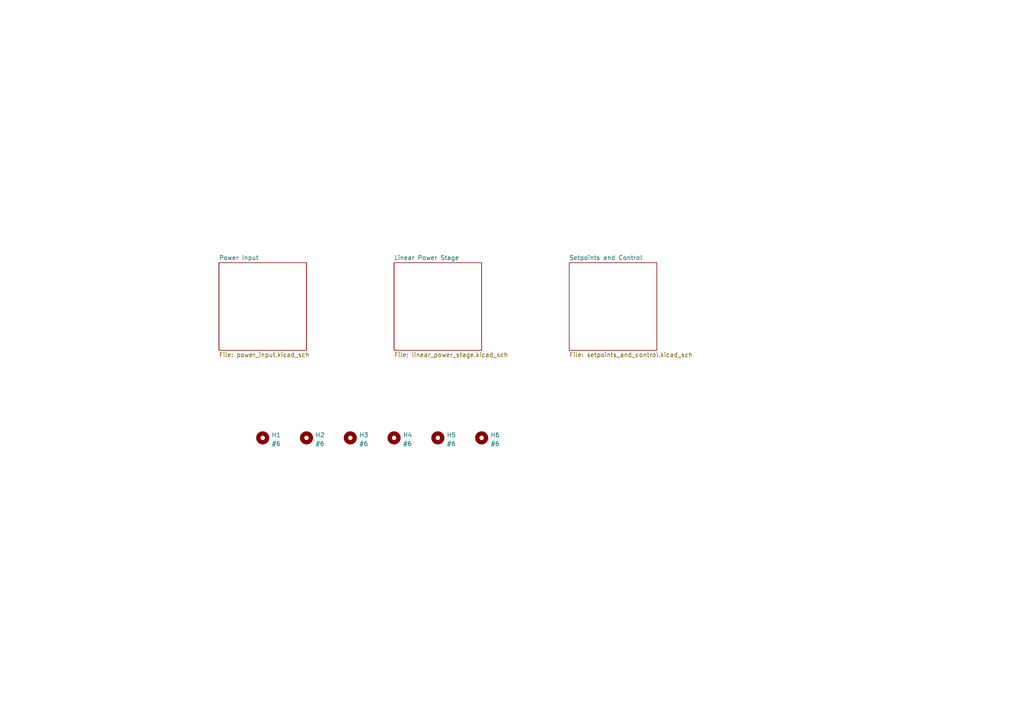
<source format=kicad_sch>
(kicad_sch (version 20211123) (generator eeschema)
  (paper "A4")
  (lib_symbols
    (symbol "Mechanical:MountingHole" (pin_names (offset 1.016))
      (property "Reference" "H" (at 0 5.08 0))
      (property "Value" "MountingHole" (at 0 3.175 0))
      (symbol "MountingHole_0_1"
        (circle (center 0 0) (radius 1.27) (stroke (width 1.27)))
      )
    )
  )
  (symbol (lib_id "Mechanical:MountingHole") (at 127 127 0) (unit 1)
    (property "Reference" "H5" (at 129.54 126.1653 0) (effects (justify left)))
    (property "Value" "#6" (at 129.54 128.7022 0) (effects (justify left)))
    (property "Footprint" "MountingHole:MountingHole_3.7mm_Pad" (effects hide))
  )
  (symbol (lib_id "Mechanical:MountingHole") (at 139.7 127 0) (unit 1)
    (property "Reference" "H6" (at 142.24 126.1653 0) (effects (justify left)))
    (property "Value" "#6" (at 142.24 128.7022 0) (effects (justify left)))
    (property "Footprint" "MountingHole:MountingHole_3.7mm_Pad" (effects hide))
  )
  (symbol (lib_id "Mechanical:MountingHole") (at 76.2 127 0) (unit 1)
    (property "Reference" "H1" (at 78.74 126.1653 0) (effects (justify left)))
    (property "Value" "#6" (at 78.74 128.7022 0) (effects (justify left)))
    (property "Footprint" "MountingHole:MountingHole_3.7mm_Pad" (effects hide))
  )
  (symbol (lib_id "Mechanical:MountingHole") (at 101.6 127 0) (unit 1)
    (property "Reference" "H3" (at 104.14 126.1653 0) (effects (justify left)))
    (property "Value" "#6" (at 104.14 128.7022 0) (effects (justify left)))
    (property "Footprint" "MountingHole:MountingHole_3.7mm_Pad" (effects hide))
  )
  (symbol (lib_id "Mechanical:MountingHole") (at 88.9 127 0) (unit 1)
    (property "Reference" "H2" (at 91.44 126.1653 0) (effects (justify left)))
    (property "Value" "#6" (at 91.44 128.7022 0) (effects (justify left)))
    (property "Footprint" "MountingHole:MountingHole_3.7mm_Pad" (effects hide))
  )
  (symbol (lib_id "Mechanical:MountingHole") (at 114.3 127 0) (unit 1)
    (property "Reference" "H4" (at 116.84 126.1653 0) (effects (justify left)))
    (property "Value" "#6" (at 116.84 128.7022 0) (effects (justify left)))
    (property "Footprint" "MountingHole:MountingHole_3.7mm_Pad" (effects hide))
  )
  (sheet (at 165.1 76.2) (size 25.4 25.4) (stroke (width 0.1524))
    (property "Sheet name" "Setpoints and Control" (at 165.1 75.4884 0) (effects (justify left bottom)))
    (property "Sheet file" "setpoints_and_control.kicad_sch" (at 165.1 102.1846 0) (effects (justify left top)))
  )
  (sheet (at 63.5 76.2) (size 25.4 25.4) (stroke (width 0.1524))
    (property "Sheet name" "Power Input" (at 63.5 75.4884 0) (effects (justify left bottom)))
    (property "Sheet file" "power_input.kicad_sch" (at 63.5 102.1846 0) (effects (justify left top)))
  )
  (sheet (at 114.3 76.2) (size 25.4 25.4) (stroke (width 0.1524))
    (property "Sheet name" "Linear Power Stage" (at 114.3 75.4884 0) (effects (justify left bottom)))
    (property "Sheet file" "linear_power_stage.kicad_sch" (at 114.3 102.1846 0) (effects (justify left top)))
  )
)
</source>
